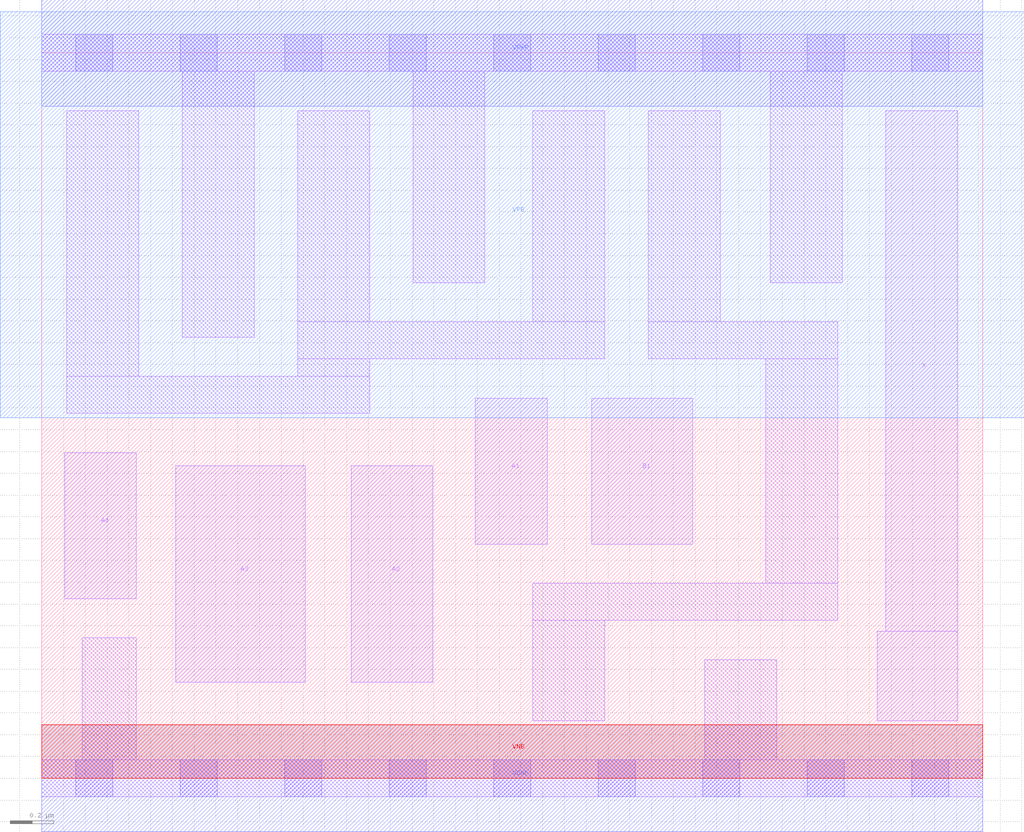
<source format=lef>
# Copyright 2020 The SkyWater PDK Authors
#
# Licensed under the Apache License, Version 2.0 (the "License");
# you may not use this file except in compliance with the License.
# You may obtain a copy of the License at
#
#     https://www.apache.org/licenses/LICENSE-2.0
#
# Unless required by applicable law or agreed to in writing, software
# distributed under the License is distributed on an "AS IS" BASIS,
# WITHOUT WARRANTIES OR CONDITIONS OF ANY KIND, either express or implied.
# See the License for the specific language governing permissions and
# limitations under the License.
#
# SPDX-License-Identifier: Apache-2.0

VERSION 5.7 ;
  NOWIREEXTENSIONATPIN ON ;
  DIVIDERCHAR "/" ;
  BUSBITCHARS "[]" ;
MACRO sky130_fd_sc_lp__a41o_lp
  CLASS CORE ;
  FOREIGN sky130_fd_sc_lp__a41o_lp ;
  ORIGIN  0.000000  0.000000 ;
  SIZE  4.320000 BY  3.330000 ;
  SYMMETRY X Y R90 ;
  SITE unit ;
  PIN A1
    ANTENNAGATEAREA  0.313000 ;
    DIRECTION INPUT ;
    USE SIGNAL ;
    PORT
      LAYER li1 ;
        RECT 1.990000 1.075000 2.320000 1.745000 ;
    END
  END A1
  PIN A2
    ANTENNAGATEAREA  0.313000 ;
    DIRECTION INPUT ;
    USE SIGNAL ;
    PORT
      LAYER li1 ;
        RECT 1.420000 0.440000 1.795000 1.435000 ;
    END
  END A2
  PIN A3
    ANTENNAGATEAREA  0.313000 ;
    DIRECTION INPUT ;
    USE SIGNAL ;
    PORT
      LAYER li1 ;
        RECT 0.615000 0.440000 1.210000 1.435000 ;
    END
  END A3
  PIN A4
    ANTENNAGATEAREA  0.313000 ;
    DIRECTION INPUT ;
    USE SIGNAL ;
    PORT
      LAYER li1 ;
        RECT 0.105000 0.825000 0.435000 1.495000 ;
    END
  END A4
  PIN B1
    ANTENNAGATEAREA  0.376000 ;
    DIRECTION INPUT ;
    USE SIGNAL ;
    PORT
      LAYER li1 ;
        RECT 2.525000 1.075000 2.990000 1.745000 ;
    END
  END B1
  PIN X
    ANTENNADIFFAREA  0.404700 ;
    DIRECTION OUTPUT ;
    USE SIGNAL ;
    PORT
      LAYER li1 ;
        RECT 3.835000 0.265000 4.205000 0.675000 ;
        RECT 3.875000 0.675000 4.205000 3.065000 ;
    END
  END X
  PIN VGND
    DIRECTION INOUT ;
    USE GROUND ;
    PORT
      LAYER met1 ;
        RECT 0.000000 -0.245000 4.320000 0.245000 ;
    END
  END VGND
  PIN VNB
    DIRECTION INOUT ;
    USE GROUND ;
    PORT
      LAYER pwell ;
        RECT 0.000000 0.000000 4.320000 0.245000 ;
    END
  END VNB
  PIN VPB
    DIRECTION INOUT ;
    USE POWER ;
    PORT
      LAYER nwell ;
        RECT -0.190000 1.655000 4.510000 3.520000 ;
    END
  END VPB
  PIN VPWR
    DIRECTION INOUT ;
    USE POWER ;
    PORT
      LAYER met1 ;
        RECT 0.000000 3.085000 4.320000 3.575000 ;
    END
  END VPWR
  OBS
    LAYER li1 ;
      RECT 0.000000 -0.085000 4.320000 0.085000 ;
      RECT 0.000000  3.245000 4.320000 3.415000 ;
      RECT 0.115000  1.675000 1.505000 1.845000 ;
      RECT 0.115000  1.845000 0.445000 3.065000 ;
      RECT 0.185000  0.085000 0.435000 0.645000 ;
      RECT 0.645000  2.025000 0.975000 3.245000 ;
      RECT 1.175000  1.845000 1.505000 1.925000 ;
      RECT 1.175000  1.925000 2.585000 2.095000 ;
      RECT 1.175000  2.095000 1.505000 3.065000 ;
      RECT 1.705000  2.275000 2.035000 3.245000 ;
      RECT 2.255000  0.265000 2.585000 0.725000 ;
      RECT 2.255000  0.725000 3.655000 0.895000 ;
      RECT 2.255000  2.095000 2.585000 3.065000 ;
      RECT 2.785000  1.925000 3.655000 2.095000 ;
      RECT 2.785000  2.095000 3.115000 3.065000 ;
      RECT 3.045000  0.085000 3.375000 0.545000 ;
      RECT 3.325000  0.895000 3.655000 1.925000 ;
      RECT 3.345000  2.275000 3.675000 3.245000 ;
    LAYER mcon ;
      RECT 0.155000 -0.085000 0.325000 0.085000 ;
      RECT 0.155000  3.245000 0.325000 3.415000 ;
      RECT 0.635000 -0.085000 0.805000 0.085000 ;
      RECT 0.635000  3.245000 0.805000 3.415000 ;
      RECT 1.115000 -0.085000 1.285000 0.085000 ;
      RECT 1.115000  3.245000 1.285000 3.415000 ;
      RECT 1.595000 -0.085000 1.765000 0.085000 ;
      RECT 1.595000  3.245000 1.765000 3.415000 ;
      RECT 2.075000 -0.085000 2.245000 0.085000 ;
      RECT 2.075000  3.245000 2.245000 3.415000 ;
      RECT 2.555000 -0.085000 2.725000 0.085000 ;
      RECT 2.555000  3.245000 2.725000 3.415000 ;
      RECT 3.035000 -0.085000 3.205000 0.085000 ;
      RECT 3.035000  3.245000 3.205000 3.415000 ;
      RECT 3.515000 -0.085000 3.685000 0.085000 ;
      RECT 3.515000  3.245000 3.685000 3.415000 ;
      RECT 3.995000 -0.085000 4.165000 0.085000 ;
      RECT 3.995000  3.245000 4.165000 3.415000 ;
  END
END sky130_fd_sc_lp__a41o_lp
END LIBRARY

</source>
